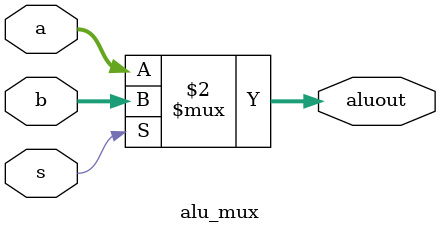
<source format=sv>
module alu_mux
(input [31:0]a,b,
input s,
output [31:0]aluout);
assign aluout = s==1'b1 ? b : a;
endmodule
</source>
